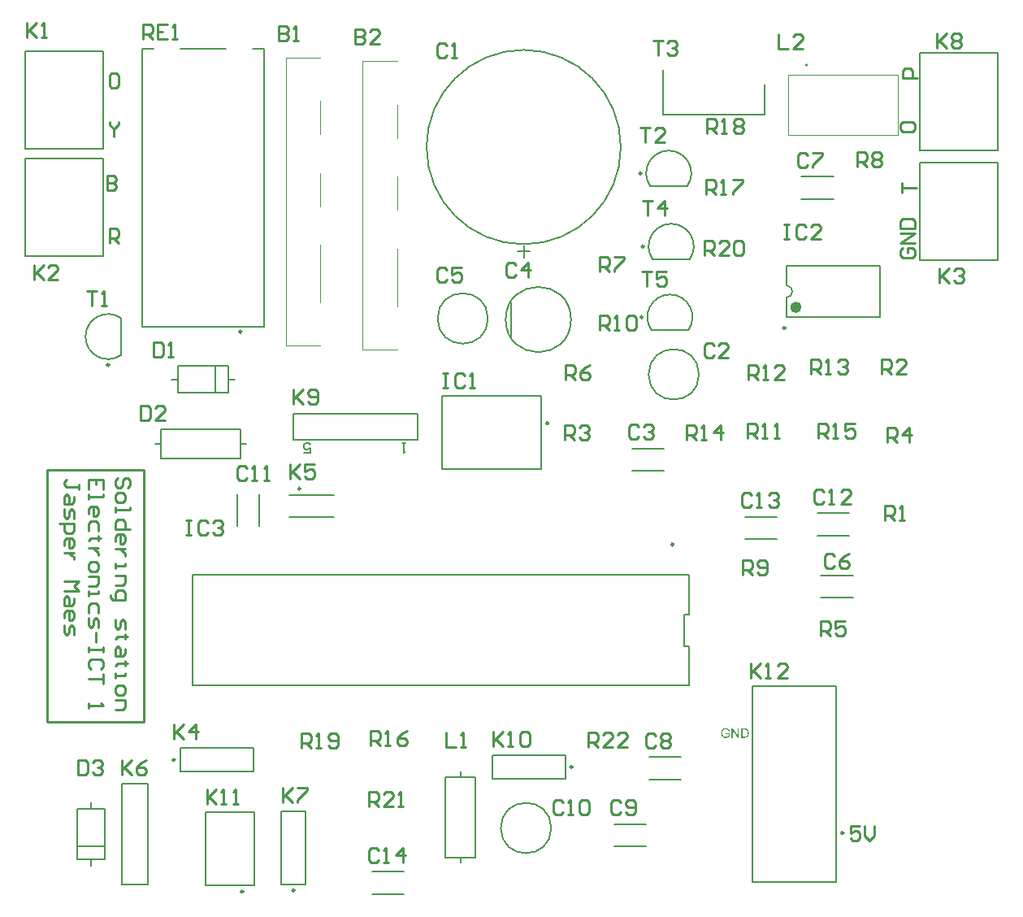
<source format=gto>
G04*
G04 #@! TF.GenerationSoftware,Altium Limited,Altium Designer,23.0.1 (38)*
G04*
G04 Layer_Color=65535*
%FSLAX44Y44*%
%MOMM*%
G71*
G04*
G04 #@! TF.SameCoordinates,110CD8AD-1924-4517-BBA5-4E1113904411*
G04*
G04*
G04 #@! TF.FilePolarity,Positive*
G04*
G01*
G75*
%ADD10C,0.6000*%
%ADD11C,0.2500*%
%ADD12C,0.2000*%
%ADD13C,0.1524*%
%ADD14C,0.1500*%
%ADD15C,0.2540*%
%ADD16C,0.1000*%
G36*
X993205Y1088140D02*
X993318D01*
X993586Y1088112D01*
X993882Y1088070D01*
X994192Y1087999D01*
X994530Y1087915D01*
X994855Y1087802D01*
X994869D01*
X994897Y1087788D01*
X994939Y1087774D01*
X994996Y1087746D01*
X995151Y1087661D01*
X995348Y1087562D01*
X995560Y1087421D01*
X995785Y1087252D01*
X995997Y1087069D01*
X996194Y1086843D01*
X996222Y1086815D01*
X996279Y1086730D01*
X996363Y1086604D01*
X996476Y1086420D01*
X996589Y1086195D01*
X996716Y1085913D01*
X996842Y1085603D01*
X996941Y1085250D01*
X995771Y1084940D01*
Y1084954D01*
X995757Y1084968D01*
X995743Y1085011D01*
X995729Y1085067D01*
X995686Y1085194D01*
X995630Y1085363D01*
X995546Y1085560D01*
X995447Y1085744D01*
X995348Y1085941D01*
X995221Y1086110D01*
X995207Y1086124D01*
X995165Y1086181D01*
X995080Y1086251D01*
X994982Y1086350D01*
X994855Y1086463D01*
X994686Y1086575D01*
X994502Y1086688D01*
X994291Y1086787D01*
X994263Y1086801D01*
X994192Y1086829D01*
X994065Y1086871D01*
X993896Y1086928D01*
X993699Y1086970D01*
X993473Y1087012D01*
X993220Y1087041D01*
X992952Y1087055D01*
X992797D01*
X992726Y1087041D01*
X992642D01*
X992430Y1087027D01*
X992190Y1086984D01*
X991923Y1086942D01*
X991669Y1086871D01*
X991415Y1086773D01*
X991387Y1086759D01*
X991302Y1086730D01*
X991189Y1086660D01*
X991049Y1086590D01*
X990879Y1086477D01*
X990696Y1086364D01*
X990527Y1086223D01*
X990372Y1086068D01*
X990358Y1086054D01*
X990301Y1085997D01*
X990231Y1085899D01*
X990146Y1085786D01*
X990048Y1085645D01*
X989949Y1085476D01*
X989850Y1085293D01*
X989752Y1085095D01*
Y1085081D01*
X989737Y1085053D01*
X989723Y1085011D01*
X989695Y1084940D01*
X989667Y1084856D01*
X989639Y1084757D01*
X989597Y1084644D01*
X989568Y1084517D01*
X989498Y1084221D01*
X989442Y1083883D01*
X989399Y1083531D01*
X989385Y1083136D01*
Y1083122D01*
Y1083079D01*
Y1083009D01*
X989399Y1082924D01*
Y1082812D01*
X989413Y1082671D01*
X989427Y1082530D01*
X989442Y1082374D01*
X989498Y1082022D01*
X989568Y1081656D01*
X989681Y1081289D01*
X989822Y1080937D01*
Y1080922D01*
X989850Y1080894D01*
X989864Y1080852D01*
X989907Y1080796D01*
X990005Y1080641D01*
X990161Y1080443D01*
X990344Y1080232D01*
X990569Y1080020D01*
X990837Y1079823D01*
X991133Y1079640D01*
X991147D01*
X991175Y1079626D01*
X991218Y1079597D01*
X991288Y1079569D01*
X991359Y1079541D01*
X991457Y1079513D01*
X991683Y1079428D01*
X991965Y1079358D01*
X992275Y1079287D01*
X992613Y1079231D01*
X992966Y1079217D01*
X993107D01*
X993191Y1079231D01*
X993276D01*
X993487Y1079259D01*
X993741Y1079287D01*
X994009Y1079344D01*
X994305Y1079428D01*
X994601Y1079527D01*
X994615D01*
X994643Y1079541D01*
X994671Y1079555D01*
X994728Y1079583D01*
X994883Y1079654D01*
X995052Y1079738D01*
X995249Y1079837D01*
X995461Y1079950D01*
X995658Y1080077D01*
X995827Y1080218D01*
Y1082050D01*
X992952D01*
Y1083206D01*
X997096D01*
Y1079583D01*
X997082Y1079569D01*
X997054Y1079555D01*
X996998Y1079513D01*
X996927Y1079456D01*
X996842Y1079400D01*
X996744Y1079330D01*
X996617Y1079245D01*
X996490Y1079160D01*
X996194Y1078977D01*
X995856Y1078780D01*
X995503Y1078596D01*
X995123Y1078441D01*
X995108D01*
X995080Y1078427D01*
X995024Y1078413D01*
X994953Y1078385D01*
X994855Y1078357D01*
X994742Y1078315D01*
X994615Y1078286D01*
X994488Y1078258D01*
X994178Y1078188D01*
X993826Y1078117D01*
X993445Y1078075D01*
X993050Y1078061D01*
X992909D01*
X992811Y1078075D01*
X992684D01*
X992529Y1078089D01*
X992360Y1078117D01*
X992176Y1078131D01*
X991768Y1078216D01*
X991330Y1078315D01*
X990879Y1078470D01*
X990654Y1078554D01*
X990428Y1078667D01*
X990414Y1078681D01*
X990372Y1078695D01*
X990315Y1078737D01*
X990231Y1078780D01*
X990132Y1078850D01*
X990034Y1078921D01*
X989766Y1079118D01*
X989484Y1079372D01*
X989188Y1079682D01*
X988906Y1080034D01*
X988652Y1080443D01*
Y1080457D01*
X988624Y1080500D01*
X988596Y1080556D01*
X988553Y1080655D01*
X988511Y1080753D01*
X988469Y1080894D01*
X988412Y1081035D01*
X988356Y1081205D01*
X988300Y1081388D01*
X988243Y1081599D01*
X988201Y1081811D01*
X988159Y1082036D01*
X988088Y1082530D01*
X988060Y1083051D01*
Y1083065D01*
Y1083122D01*
Y1083192D01*
X988074Y1083291D01*
Y1083418D01*
X988088Y1083573D01*
X988116Y1083728D01*
X988130Y1083911D01*
X988173Y1084108D01*
X988201Y1084320D01*
X988314Y1084771D01*
X988455Y1085236D01*
X988652Y1085701D01*
X988666Y1085715D01*
X988680Y1085758D01*
X988708Y1085814D01*
X988765Y1085899D01*
X988821Y1086012D01*
X988892Y1086124D01*
X989089Y1086392D01*
X989329Y1086702D01*
X989625Y1086998D01*
X989963Y1087294D01*
X990161Y1087421D01*
X990358Y1087548D01*
X990372Y1087562D01*
X990414Y1087576D01*
X990471Y1087605D01*
X990555Y1087647D01*
X990668Y1087689D01*
X990795Y1087746D01*
X990936Y1087802D01*
X991105Y1087858D01*
X991288Y1087915D01*
X991486Y1087957D01*
X991697Y1088013D01*
X991923Y1088056D01*
X992416Y1088126D01*
X992670Y1088154D01*
X993121D01*
X993205Y1088140D01*
D02*
G37*
G36*
X1006668Y1078230D02*
X1005329D01*
X1000226Y1085885D01*
Y1078230D01*
X998985D01*
Y1087985D01*
X1000310D01*
X1005427Y1080316D01*
Y1087985D01*
X1006668D01*
Y1078230D01*
D02*
G37*
G36*
X1012842Y1087971D02*
X1013124Y1087957D01*
X1013406Y1087929D01*
X1013688Y1087886D01*
X1013928Y1087844D01*
X1013942D01*
X1013970Y1087830D01*
X1014013D01*
X1014069Y1087802D01*
X1014224Y1087760D01*
X1014421Y1087689D01*
X1014647Y1087590D01*
X1014887Y1087464D01*
X1015126Y1087323D01*
X1015352Y1087139D01*
X1015366Y1087125D01*
X1015380Y1087111D01*
X1015422Y1087069D01*
X1015479Y1087027D01*
X1015620Y1086886D01*
X1015789Y1086688D01*
X1015972Y1086449D01*
X1016169Y1086167D01*
X1016353Y1085842D01*
X1016508Y1085476D01*
Y1085462D01*
X1016522Y1085434D01*
X1016550Y1085377D01*
X1016564Y1085293D01*
X1016606Y1085194D01*
X1016635Y1085081D01*
X1016663Y1084954D01*
X1016705Y1084799D01*
X1016747Y1084644D01*
X1016776Y1084461D01*
X1016846Y1084066D01*
X1016888Y1083629D01*
X1016902Y1083150D01*
Y1083136D01*
Y1083108D01*
Y1083037D01*
Y1082967D01*
X1016888Y1082868D01*
Y1082755D01*
X1016874Y1082487D01*
X1016832Y1082177D01*
X1016790Y1081853D01*
X1016719Y1081515D01*
X1016635Y1081176D01*
Y1081162D01*
X1016620Y1081134D01*
X1016606Y1081092D01*
X1016592Y1081035D01*
X1016536Y1080880D01*
X1016451Y1080683D01*
X1016367Y1080457D01*
X1016254Y1080232D01*
X1016113Y1079992D01*
X1015972Y1079767D01*
X1015958Y1079738D01*
X1015902Y1079668D01*
X1015817Y1079569D01*
X1015704Y1079442D01*
X1015577Y1079301D01*
X1015422Y1079160D01*
X1015267Y1079005D01*
X1015084Y1078878D01*
X1015056Y1078864D01*
X1014999Y1078822D01*
X1014901Y1078766D01*
X1014760Y1078695D01*
X1014591Y1078611D01*
X1014393Y1078540D01*
X1014168Y1078456D01*
X1013914Y1078385D01*
X1013886D01*
X1013843Y1078371D01*
X1013801Y1078357D01*
X1013660Y1078343D01*
X1013463Y1078315D01*
X1013237Y1078286D01*
X1012969Y1078258D01*
X1012673Y1078244D01*
X1012349Y1078230D01*
X1008839D01*
Y1087985D01*
X1012589D01*
X1012842Y1087971D01*
D02*
G37*
%LPC*%
G36*
X1012391Y1086829D02*
X1010136D01*
Y1079386D01*
X1012448D01*
X1012546Y1079400D01*
X1012758Y1079414D01*
X1012998Y1079428D01*
X1013251Y1079456D01*
X1013505Y1079499D01*
X1013717Y1079555D01*
X1013745Y1079569D01*
X1013815Y1079583D01*
X1013914Y1079626D01*
X1014041Y1079682D01*
X1014182Y1079767D01*
X1014323Y1079851D01*
X1014464Y1079950D01*
X1014605Y1080063D01*
X1014619Y1080091D01*
X1014675Y1080147D01*
X1014760Y1080246D01*
X1014858Y1080387D01*
X1014971Y1080570D01*
X1015098Y1080782D01*
X1015211Y1081021D01*
X1015310Y1081289D01*
Y1081303D01*
X1015324Y1081331D01*
X1015338Y1081374D01*
X1015352Y1081430D01*
X1015366Y1081500D01*
X1015394Y1081599D01*
X1015422Y1081698D01*
X1015451Y1081811D01*
X1015493Y1082093D01*
X1015535Y1082417D01*
X1015563Y1082783D01*
X1015577Y1083178D01*
Y1083192D01*
Y1083249D01*
Y1083319D01*
X1015563Y1083432D01*
Y1083559D01*
X1015549Y1083700D01*
X1015535Y1083869D01*
X1015521Y1084038D01*
X1015451Y1084419D01*
X1015366Y1084813D01*
X1015239Y1085180D01*
X1015154Y1085363D01*
X1015070Y1085518D01*
Y1085532D01*
X1015042Y1085560D01*
X1015014Y1085603D01*
X1014985Y1085659D01*
X1014873Y1085800D01*
X1014732Y1085969D01*
X1014548Y1086152D01*
X1014337Y1086336D01*
X1014097Y1086491D01*
X1013843Y1086618D01*
X1013815Y1086632D01*
X1013745Y1086646D01*
X1013618Y1086688D01*
X1013435Y1086730D01*
X1013209Y1086759D01*
X1012927Y1086801D01*
X1012758Y1086815D01*
X1012575D01*
X1012391Y1086829D01*
D02*
G37*
%LPD*%
D10*
X1068900Y1526550D02*
G03*
X1068900Y1526550I-3000J0D01*
G01*
D11*
X1055050Y1504950D02*
G03*
X1055050Y1504950I-1250J0D01*
G01*
X906470Y1516380D02*
G03*
X906470Y1516380I-1250J0D01*
G01*
X907740Y1590040D02*
G03*
X907740Y1590040I-1250J0D01*
G01*
X905200Y1666240D02*
G03*
X905200Y1666240I-1250J0D01*
G01*
X549890Y1337730D02*
G03*
X549890Y1337730I-1250J0D01*
G01*
X1115510Y979170D02*
G03*
X1115510Y979170I-1250J0D01*
G01*
X490200Y918060D02*
G03*
X490200Y918060I-1250J0D01*
G01*
X350500Y1466560D02*
G03*
X350500Y1466560I-1250J0D01*
G01*
X808150Y1405890D02*
G03*
X808150Y1405890I-1250J0D01*
G01*
X833250Y1047750D02*
G03*
X833250Y1047750I-1250J0D01*
G01*
X543540Y919330D02*
G03*
X543540Y919330I-1250J0D01*
G01*
X418930Y1055370D02*
G03*
X418930Y1055370I-1250J0D01*
G01*
X488310Y1501250D02*
G03*
X488310Y1501250I-1250J0D01*
G01*
X938510Y1279710D02*
G03*
X938510Y1279710I-1250J0D01*
G01*
D12*
X1055900Y1536700D02*
G03*
X1055900Y1549400I0J6350D01*
G01*
X964940Y1456690D02*
G03*
X964940Y1456690I-26250J0D01*
G01*
X810950Y984250D02*
G03*
X810950Y984250I-26250J0D01*
G01*
X1076960Y1778060D02*
G03*
X1076960Y1780060I0J1000D01*
G01*
D02*
G03*
X1076960Y1778060I0J-1000D01*
G01*
X954059Y1503029D02*
G03*
X915383Y1503025I-19339J13352D01*
G01*
X955329Y1576689D02*
G03*
X916653Y1576685I-19339J13352D01*
G01*
X952789Y1652888D02*
G03*
X914113Y1652885I-19339J13352D01*
G01*
X745070Y1514950D02*
G03*
X745070Y1514950I-26250J0D01*
G01*
X362602Y1515399D02*
G03*
X362605Y1476723I-13352J-19339D01*
G01*
X1195212Y1690370D02*
Y1791969D01*
X1276211Y1690369D02*
Y1791969D01*
X1195211Y1690369D02*
X1276211D01*
X1195212Y1791969D02*
X1276211D01*
X1092179Y1223929D02*
X1125241D01*
X1092179Y1247491D02*
X1125241D01*
X1195212Y1576070D02*
Y1677669D01*
X1276211Y1576069D02*
Y1677669D01*
X1195211Y1576069D02*
X1276211D01*
X1195212Y1677669D02*
X1276211D01*
X1153900Y1516550D02*
Y1569550D01*
X1055900Y1549400D02*
Y1569550D01*
Y1516550D02*
Y1536700D01*
Y1569550D02*
X1153900D01*
X1055900Y1516550D02*
X1153900D01*
X1013321Y1284889D02*
X1046383D01*
X1013321Y1308451D02*
X1046383D01*
X1088369Y1288699D02*
X1121431D01*
X1088369Y1312261D02*
X1121431D01*
X1071859Y1639219D02*
X1104921D01*
X1071859Y1662781D02*
X1104921D01*
X895329Y1356009D02*
X928391D01*
X895329Y1379571D02*
X928391D01*
X927740Y1727000D02*
Y1773900D01*
Y1727000D02*
X1033140D01*
Y1758950D01*
X915384Y1503030D02*
X954056D01*
X916654Y1576690D02*
X955327D01*
X914113Y1652890D02*
X952786D01*
X344028Y1579881D02*
Y1681480D01*
X263029Y1579881D02*
Y1681481D01*
X344029D01*
X263029Y1579881D02*
X344028D01*
X537990Y1331230D02*
X584690D01*
X537990Y1307830D02*
X584690D01*
X1020760Y928220D02*
X1107760D01*
Y1131720D01*
X1020762Y1131723D02*
X1107758D01*
X1020760Y928220D02*
Y1131720D01*
X450850Y1000760D02*
X501650D01*
Y924560D02*
Y1000760D01*
X450850Y924560D02*
X501650D01*
X450850D02*
Y1000760D01*
X344028Y1691641D02*
Y1793240D01*
X263029Y1691641D02*
Y1793241D01*
X344029D01*
X263029Y1691641D02*
X344028D01*
X362600Y1476723D02*
Y1515397D01*
X696900Y1433890D02*
X800900D01*
X696900Y1357890D02*
X800900D01*
Y1433890D01*
X696900Y1357890D02*
Y1433890D01*
X749300Y1035300D02*
Y1060200D01*
X825500Y1035300D02*
Y1060200D01*
X749300D02*
X825500D01*
X749300Y1035300D02*
X825500D01*
X529840Y1002030D02*
X554740D01*
X529840Y925830D02*
X554740D01*
Y1002030D01*
X529840Y925830D02*
Y1002030D01*
X500380Y1042920D02*
Y1067820D01*
X424180Y1042920D02*
Y1067820D01*
Y1042920D02*
X500380D01*
X424180Y1067820D02*
X500380D01*
X384810Y1506000D02*
Y1796000D01*
X499560D02*
X511810D01*
X424560D02*
X472060D01*
X384810D02*
X397060D01*
X511810Y1506000D02*
Y1796000D01*
X384810Y1506000D02*
X511810D01*
X769560Y1496340D02*
Y1531340D01*
X701030Y953780D02*
Y1037580D01*
X731530D01*
Y953780D02*
Y1037580D01*
X701030Y953780D02*
X731530D01*
X716280Y948320D02*
Y953780D01*
Y1037580D02*
Y1043040D01*
X624701Y915319D02*
X657763D01*
X624701Y938881D02*
X657763D01*
X483519Y1299189D02*
Y1332251D01*
X507081Y1299189D02*
Y1332251D01*
X876397Y988411D02*
X909459D01*
X876397Y964849D02*
X909459D01*
X913109Y1034699D02*
X946171D01*
X913109Y1058261D02*
X946171D01*
X437197Y1247935D02*
X954723D01*
X437197Y1132680D02*
Y1247935D01*
Y1132680D02*
X954723D01*
Y1173843D01*
X949723D02*
X954723D01*
X949723D02*
Y1206772D01*
X954723D01*
Y1247935D01*
X317470Y951900D02*
Y1003900D01*
X345470D01*
Y951900D02*
Y1003900D01*
X317470Y951900D02*
X345470D01*
X331470Y945250D02*
Y951900D01*
Y1003900D02*
Y1010550D01*
X318170Y964900D02*
X344770D01*
X422310Y1437610D02*
X474310D01*
X422310D02*
Y1465610D01*
X474310D01*
Y1437610D02*
Y1465610D01*
Y1451610D02*
X480960D01*
X415660D02*
X422310D01*
X461310Y1438310D02*
Y1464910D01*
X363740Y1030200D02*
X390640D01*
X363740Y925600D02*
Y1030200D01*
Y925600D02*
X390640D01*
Y1030200D01*
X403870Y1369050D02*
X487670D01*
X403870D02*
Y1399550D01*
X487670D01*
Y1369050D02*
Y1399550D01*
Y1384300D02*
X493130D01*
X398410D02*
X403870D01*
X542060Y1388630D02*
Y1415530D01*
Y1388630D02*
X672060D01*
Y1415530D01*
X542060D02*
X672060D01*
D13*
X883539Y1693418D02*
G03*
X883539Y1693418I-101219J0D01*
G01*
X775970Y1584579D02*
X788670D01*
X782320Y1578229D02*
Y1590929D01*
X553289Y1374923D02*
X560060D01*
Y1380002D01*
X556674Y1378309D01*
X554982D01*
X553289Y1380002D01*
Y1383387D01*
X554982Y1385080D01*
X558367D01*
X560060Y1383387D01*
X659060Y1385080D02*
X655674D01*
X657367D01*
Y1374923D01*
X659060Y1376616D01*
D14*
X831560Y1513840D02*
G03*
X831560Y1513840I-34000J0D01*
G01*
D15*
X285750Y1094740D02*
X386080D01*
X285750Y1357630D02*
X386080D01*
Y1094740D02*
Y1357630D01*
X285750Y1094740D02*
Y1357630D01*
X1174755Y1717038D02*
Y1711959D01*
X1177294Y1709420D01*
X1187451D01*
X1189990Y1711959D01*
Y1717038D01*
X1187451Y1719577D01*
X1177294D01*
X1174755Y1717038D01*
X1176025Y1645920D02*
Y1656077D01*
Y1650998D01*
X1191260D01*
X350520Y1593850D02*
Y1609085D01*
X358138D01*
X360677Y1606546D01*
Y1601467D01*
X358138Y1598928D01*
X350520D01*
X355598D02*
X360677Y1593850D01*
X347980Y1663695D02*
Y1648460D01*
X355597D01*
X358137Y1650999D01*
Y1653538D01*
X355597Y1656078D01*
X347980D01*
X355597D01*
X358137Y1658617D01*
Y1661156D01*
X355597Y1663695D01*
X347980D01*
X350520Y1719575D02*
Y1717036D01*
X355598Y1711958D01*
X360677Y1717036D01*
Y1719575D01*
X355598Y1711958D02*
Y1704340D01*
X358138Y1770375D02*
X353059D01*
X350520Y1767836D01*
Y1757679D01*
X353059Y1755140D01*
X358138D01*
X360677Y1757679D01*
Y1767836D01*
X358138Y1770375D01*
X1132837Y986785D02*
X1122680D01*
Y979167D01*
X1127758Y981707D01*
X1130297D01*
X1132837Y979167D01*
Y974089D01*
X1130297Y971550D01*
X1125219D01*
X1122680Y974089D01*
X1137915Y986785D02*
Y976628D01*
X1142993Y971550D01*
X1148072Y976628D01*
Y986785D01*
X1177294Y1588767D02*
X1174755Y1586228D01*
Y1581149D01*
X1177294Y1578610D01*
X1187451D01*
X1189990Y1581149D01*
Y1586228D01*
X1187451Y1588767D01*
X1182373D01*
Y1583688D01*
X1189990Y1593845D02*
X1174755D01*
X1189990Y1604002D01*
X1174755D01*
Y1609080D02*
X1189990D01*
Y1616698D01*
X1187451Y1619237D01*
X1177294D01*
X1174755Y1616698D01*
Y1609080D01*
X1192530Y1765300D02*
X1177295D01*
Y1772917D01*
X1179834Y1775457D01*
X1184912D01*
X1187452Y1772917D01*
Y1765300D01*
X318763Y1337313D02*
Y1342392D01*
Y1339852D01*
X306068D01*
X303528Y1342392D01*
Y1344931D01*
X306068Y1347470D01*
X313685Y1329696D02*
Y1324617D01*
X311146Y1322078D01*
X303528D01*
Y1329696D01*
X306068Y1332235D01*
X308607Y1329696D01*
Y1322078D01*
X303528Y1317000D02*
Y1309382D01*
X306068Y1306843D01*
X308607Y1309382D01*
Y1314461D01*
X311146Y1317000D01*
X313685Y1314461D01*
Y1306843D01*
X298450Y1301765D02*
X313685D01*
Y1294147D01*
X311146Y1291608D01*
X306068D01*
X303528Y1294147D01*
Y1301765D01*
Y1278912D02*
Y1283990D01*
X306068Y1286530D01*
X311146D01*
X313685Y1283990D01*
Y1278912D01*
X311146Y1276373D01*
X308607D01*
Y1286530D01*
X313685Y1271295D02*
X303528D01*
X308607D01*
X311146Y1268755D01*
X313685Y1266216D01*
Y1263677D01*
X303528Y1240825D02*
X318763D01*
X313685Y1235746D01*
X318763Y1230668D01*
X303528D01*
X313685Y1223050D02*
Y1217972D01*
X311146Y1215433D01*
X303528D01*
Y1223050D01*
X306068Y1225589D01*
X308607Y1223050D01*
Y1215433D01*
X303528Y1202737D02*
Y1207815D01*
X306068Y1210354D01*
X311146D01*
X313685Y1207815D01*
Y1202737D01*
X311146Y1200198D01*
X308607D01*
Y1210354D01*
X303528Y1195119D02*
Y1187502D01*
X306068Y1184963D01*
X308607Y1187502D01*
Y1192580D01*
X311146Y1195119D01*
X313685Y1192580D01*
Y1184963D01*
X344165Y1337313D02*
Y1347470D01*
X328930D01*
Y1337313D01*
X336548Y1347470D02*
Y1342392D01*
X328930Y1332235D02*
Y1327157D01*
Y1329696D01*
X344165D01*
Y1332235D01*
X328930Y1311922D02*
Y1317000D01*
X331469Y1319539D01*
X336548D01*
X339087Y1317000D01*
Y1311922D01*
X336548Y1309382D01*
X334008D01*
Y1319539D01*
X339087Y1294147D02*
Y1301765D01*
X336548Y1304304D01*
X331469D01*
X328930Y1301765D01*
Y1294147D01*
X341626Y1286530D02*
X339087D01*
Y1289069D01*
Y1283990D01*
Y1286530D01*
X331469D01*
X328930Y1283990D01*
X339087Y1276373D02*
X328930D01*
X334008D01*
X336548Y1273834D01*
X339087Y1271295D01*
Y1268755D01*
X328930Y1258599D02*
Y1253520D01*
X331469Y1250981D01*
X336548D01*
X339087Y1253520D01*
Y1258599D01*
X336548Y1261138D01*
X331469D01*
X328930Y1258599D01*
Y1245903D02*
X339087D01*
Y1238285D01*
X336548Y1235746D01*
X328930D01*
Y1230668D02*
Y1225589D01*
Y1228129D01*
X339087D01*
Y1230668D01*
Y1207815D02*
Y1215433D01*
X336548Y1217972D01*
X331469D01*
X328930Y1215433D01*
Y1207815D01*
Y1202737D02*
Y1195119D01*
X331469Y1192580D01*
X334008Y1195119D01*
Y1200198D01*
X336548Y1202737D01*
X339087Y1200198D01*
Y1192580D01*
X336548Y1187502D02*
Y1177345D01*
X344165Y1172267D02*
Y1167188D01*
Y1169727D01*
X328930D01*
Y1172267D01*
Y1167188D01*
X341626Y1149414D02*
X344165Y1151953D01*
Y1157032D01*
X341626Y1159571D01*
X331469D01*
X328930Y1157032D01*
Y1151953D01*
X331469Y1149414D01*
X344165Y1144336D02*
Y1134179D01*
Y1139257D01*
X328930D01*
Y1113866D02*
Y1108787D01*
Y1111326D01*
X344165D01*
X341626Y1113866D01*
X369564Y1338583D02*
X372103Y1341122D01*
Y1346201D01*
X369564Y1348740D01*
X367025D01*
X364486Y1346201D01*
Y1341122D01*
X361947Y1338583D01*
X359408D01*
X356868Y1341122D01*
Y1346201D01*
X359408Y1348740D01*
X356868Y1330966D02*
Y1325887D01*
X359408Y1323348D01*
X364486D01*
X367025Y1325887D01*
Y1330966D01*
X364486Y1333505D01*
X359408D01*
X356868Y1330966D01*
Y1318270D02*
Y1313192D01*
Y1315731D01*
X372103D01*
Y1318270D01*
Y1295417D02*
X356868D01*
Y1303035D01*
X359408Y1305574D01*
X364486D01*
X367025Y1303035D01*
Y1295417D01*
X356868Y1282721D02*
Y1287800D01*
X359408Y1290339D01*
X364486D01*
X367025Y1287800D01*
Y1282721D01*
X364486Y1280182D01*
X361947D01*
Y1290339D01*
X367025Y1275104D02*
X356868D01*
X361947D01*
X364486Y1272565D01*
X367025Y1270025D01*
Y1267486D01*
X356868Y1259869D02*
Y1254790D01*
Y1257330D01*
X367025D01*
Y1259869D01*
X356868Y1247173D02*
X367025D01*
Y1239555D01*
X364486Y1237016D01*
X356868D01*
X351790Y1226859D02*
Y1224320D01*
X354329Y1221781D01*
X367025D01*
Y1229399D01*
X364486Y1231938D01*
X359408D01*
X356868Y1229399D01*
Y1221781D01*
Y1201468D02*
Y1193850D01*
X359408Y1191311D01*
X361947Y1193850D01*
Y1198929D01*
X364486Y1201468D01*
X367025Y1198929D01*
Y1191311D01*
X369564Y1183693D02*
X367025D01*
Y1186233D01*
Y1181154D01*
Y1183693D01*
X359408D01*
X356868Y1181154D01*
X367025Y1170997D02*
Y1165919D01*
X364486Y1163380D01*
X356868D01*
Y1170997D01*
X359408Y1173537D01*
X361947Y1170997D01*
Y1163380D01*
X369564Y1155762D02*
X367025D01*
Y1158302D01*
Y1153223D01*
Y1155762D01*
X359408D01*
X356868Y1153223D01*
Y1145606D02*
Y1140527D01*
Y1143066D01*
X367025D01*
Y1145606D01*
X356868Y1130371D02*
Y1125292D01*
X359408Y1122753D01*
X364486D01*
X367025Y1125292D01*
Y1130371D01*
X364486Y1132910D01*
X359408D01*
X356868Y1130371D01*
Y1117675D02*
X367025D01*
Y1110057D01*
X364486Y1107518D01*
X356868D01*
X905256Y1563873D02*
X915413D01*
X910334D01*
Y1548638D01*
X930648Y1563873D02*
X920491D01*
Y1556255D01*
X925569Y1558795D01*
X928109D01*
X930648Y1556255D01*
Y1551177D01*
X928109Y1548638D01*
X923030D01*
X920491Y1551177D01*
X906526Y1637533D02*
X916683D01*
X911604D01*
Y1622298D01*
X929379D02*
Y1637533D01*
X921761Y1629915D01*
X931918D01*
X916944Y1804668D02*
X927101D01*
X922022D01*
Y1789433D01*
X932179Y1802128D02*
X934718Y1804668D01*
X939797D01*
X942336Y1802128D01*
Y1799589D01*
X939797Y1797050D01*
X937258D01*
X939797D01*
X942336Y1794511D01*
Y1791972D01*
X939797Y1789433D01*
X934718D01*
X932179Y1791972D01*
X903986Y1713733D02*
X914143D01*
X909064D01*
Y1698498D01*
X929378D02*
X919221D01*
X929378Y1708655D01*
Y1711194D01*
X926839Y1713733D01*
X921760D01*
X919221Y1711194D01*
X327152Y1543553D02*
X337309D01*
X332230D01*
Y1528318D01*
X342387D02*
X347465D01*
X344926D01*
Y1543553D01*
X342387Y1541014D01*
X385318Y1805686D02*
Y1820921D01*
X392935D01*
X395475Y1818382D01*
Y1813304D01*
X392935Y1810764D01*
X385318D01*
X390396D02*
X395475Y1805686D01*
X410710Y1820921D02*
X400553D01*
Y1805686D01*
X410710D01*
X400553Y1813304D02*
X405631D01*
X415788Y1805686D02*
X420867D01*
X418327D01*
Y1820921D01*
X415788Y1818382D01*
X849376Y1068578D02*
Y1083813D01*
X856993D01*
X859533Y1081274D01*
Y1076196D01*
X856993Y1073656D01*
X849376D01*
X854454D02*
X859533Y1068578D01*
X874768D02*
X864611D01*
X874768Y1078735D01*
Y1081274D01*
X872229Y1083813D01*
X867150D01*
X864611Y1081274D01*
X890003Y1068578D02*
X879846D01*
X890003Y1078735D01*
Y1081274D01*
X887464Y1083813D01*
X882385D01*
X879846Y1081274D01*
X620776Y1006348D02*
Y1021583D01*
X628394D01*
X630933Y1019044D01*
Y1013966D01*
X628394Y1011426D01*
X620776D01*
X625854D02*
X630933Y1006348D01*
X646168D02*
X636011D01*
X646168Y1016505D01*
Y1019044D01*
X643629Y1021583D01*
X638550D01*
X636011Y1019044D01*
X651246Y1006348D02*
X656324D01*
X653785D01*
Y1021583D01*
X651246Y1019044D01*
X970788Y1580388D02*
Y1595623D01*
X978406D01*
X980945Y1593084D01*
Y1588006D01*
X978406Y1585466D01*
X970788D01*
X975866D02*
X980945Y1580388D01*
X996180D02*
X986023D01*
X996180Y1590545D01*
Y1593084D01*
X993641Y1595623D01*
X988562D01*
X986023Y1593084D01*
X1001258D02*
X1003797Y1595623D01*
X1008876D01*
X1011415Y1593084D01*
Y1582927D01*
X1008876Y1580388D01*
X1003797D01*
X1001258Y1582927D01*
Y1593084D01*
X550418Y1067308D02*
Y1082543D01*
X558036D01*
X560575Y1080004D01*
Y1074926D01*
X558036Y1072386D01*
X550418D01*
X555496D02*
X560575Y1067308D01*
X565653D02*
X570731D01*
X568192D01*
Y1082543D01*
X565653Y1080004D01*
X578349Y1069847D02*
X580888Y1067308D01*
X585966D01*
X588506Y1069847D01*
Y1080004D01*
X585966Y1082543D01*
X580888D01*
X578349Y1080004D01*
Y1077465D01*
X580888Y1074926D01*
X588506D01*
X973328Y1707388D02*
Y1722623D01*
X980946D01*
X983485Y1720084D01*
Y1715005D01*
X980946Y1712466D01*
X973328D01*
X978406D02*
X983485Y1707388D01*
X988563D02*
X993641D01*
X991102D01*
Y1722623D01*
X988563Y1720084D01*
X1001259D02*
X1003798Y1722623D01*
X1008876D01*
X1011416Y1720084D01*
Y1717545D01*
X1008876Y1715005D01*
X1011416Y1712466D01*
Y1709927D01*
X1008876Y1707388D01*
X1003798D01*
X1001259Y1709927D01*
Y1712466D01*
X1003798Y1715005D01*
X1001259Y1717545D01*
Y1720084D01*
X1003798Y1715005D02*
X1008876D01*
X972566Y1643888D02*
Y1659123D01*
X980183D01*
X982723Y1656584D01*
Y1651505D01*
X980183Y1648966D01*
X972566D01*
X977644D02*
X982723Y1643888D01*
X987801D02*
X992879D01*
X990340D01*
Y1659123D01*
X987801Y1656584D01*
X1000497Y1659123D02*
X1010654D01*
Y1656584D01*
X1000497Y1646427D01*
Y1643888D01*
X622808Y1069848D02*
Y1085083D01*
X630425D01*
X632965Y1082544D01*
Y1077466D01*
X630425Y1074926D01*
X622808D01*
X627886D02*
X632965Y1069848D01*
X638043D02*
X643121D01*
X640582D01*
Y1085083D01*
X638043Y1082544D01*
X660896Y1085083D02*
X655817Y1082544D01*
X650739Y1077466D01*
Y1072387D01*
X653278Y1069848D01*
X658356D01*
X660896Y1072387D01*
Y1074926D01*
X658356Y1077466D01*
X650739D01*
X1089406Y1389888D02*
Y1405123D01*
X1097023D01*
X1099563Y1402584D01*
Y1397505D01*
X1097023Y1394966D01*
X1089406D01*
X1094484D02*
X1099563Y1389888D01*
X1104641D02*
X1109719D01*
X1107180D01*
Y1405123D01*
X1104641Y1402584D01*
X1127494Y1405123D02*
X1117337D01*
Y1397505D01*
X1122415Y1400045D01*
X1124955D01*
X1127494Y1397505D01*
Y1392427D01*
X1124955Y1389888D01*
X1119876D01*
X1117337Y1392427D01*
X952246Y1388618D02*
Y1403853D01*
X959864D01*
X962403Y1401314D01*
Y1396236D01*
X959864Y1393696D01*
X952246D01*
X957324D02*
X962403Y1388618D01*
X967481D02*
X972559D01*
X970020D01*
Y1403853D01*
X967481Y1401314D01*
X987794Y1388618D02*
Y1403853D01*
X980177Y1396236D01*
X990334D01*
X1081786Y1457198D02*
Y1472433D01*
X1089404D01*
X1091943Y1469894D01*
Y1464816D01*
X1089404Y1462276D01*
X1081786D01*
X1086864D02*
X1091943Y1457198D01*
X1097021D02*
X1102099D01*
X1099560D01*
Y1472433D01*
X1097021Y1469894D01*
X1109717D02*
X1112256Y1472433D01*
X1117335D01*
X1119874Y1469894D01*
Y1467355D01*
X1117335Y1464816D01*
X1114795D01*
X1117335D01*
X1119874Y1462276D01*
Y1459737D01*
X1117335Y1457198D01*
X1112256D01*
X1109717Y1459737D01*
X1016006Y1451613D02*
Y1466848D01*
X1023624D01*
X1026163Y1464308D01*
Y1459230D01*
X1023624Y1456691D01*
X1016006D01*
X1021085D02*
X1026163Y1451613D01*
X1031241D02*
X1036320D01*
X1033780D01*
Y1466848D01*
X1031241Y1464308D01*
X1054094Y1451613D02*
X1043937D01*
X1054094Y1461769D01*
Y1464308D01*
X1051555Y1466848D01*
X1046476D01*
X1043937Y1464308D01*
X1015746Y1389888D02*
Y1405123D01*
X1023363D01*
X1025903Y1402584D01*
Y1397505D01*
X1023363Y1394966D01*
X1015746D01*
X1020824D02*
X1025903Y1389888D01*
X1030981D02*
X1036059D01*
X1033520D01*
Y1405123D01*
X1030981Y1402584D01*
X1043677Y1389888D02*
X1048755D01*
X1046216D01*
Y1405123D01*
X1043677Y1402584D01*
X861568Y1502918D02*
Y1518153D01*
X869185D01*
X871725Y1515614D01*
Y1510535D01*
X869185Y1507996D01*
X861568D01*
X866646D02*
X871725Y1502918D01*
X876803D02*
X881881D01*
X879342D01*
Y1518153D01*
X876803Y1515614D01*
X889499D02*
X892038Y1518153D01*
X897116D01*
X899656Y1515614D01*
Y1505457D01*
X897116Y1502918D01*
X892038D01*
X889499Y1505457D01*
Y1515614D01*
X1010158Y1247648D02*
Y1262883D01*
X1017775D01*
X1020315Y1260344D01*
Y1255266D01*
X1017775Y1252726D01*
X1010158D01*
X1015236D02*
X1020315Y1247648D01*
X1025393Y1250187D02*
X1027932Y1247648D01*
X1033011D01*
X1035550Y1250187D01*
Y1260344D01*
X1033011Y1262883D01*
X1027932D01*
X1025393Y1260344D01*
Y1257805D01*
X1027932Y1255266D01*
X1035550D01*
X1129538Y1673098D02*
Y1688333D01*
X1137156D01*
X1139695Y1685794D01*
Y1680715D01*
X1137156Y1678176D01*
X1129538D01*
X1134616D02*
X1139695Y1673098D01*
X1144773Y1685794D02*
X1147312Y1688333D01*
X1152391D01*
X1154930Y1685794D01*
Y1683255D01*
X1152391Y1680715D01*
X1154930Y1678176D01*
Y1675637D01*
X1152391Y1673098D01*
X1147312D01*
X1144773Y1675637D01*
Y1678176D01*
X1147312Y1680715D01*
X1144773Y1683255D01*
Y1685794D01*
X1147312Y1680715D02*
X1152391D01*
X861568Y1563878D02*
Y1579113D01*
X869185D01*
X871725Y1576574D01*
Y1571496D01*
X869185Y1568956D01*
X861568D01*
X866646D02*
X871725Y1563878D01*
X876803Y1579113D02*
X886960D01*
Y1576574D01*
X876803Y1566417D01*
Y1563878D01*
X826008Y1450848D02*
Y1466083D01*
X833625D01*
X836165Y1463544D01*
Y1458466D01*
X833625Y1455926D01*
X826008D01*
X831086D02*
X836165Y1450848D01*
X851400Y1466083D02*
X846321Y1463544D01*
X841243Y1458466D01*
Y1453387D01*
X843782Y1450848D01*
X848861D01*
X851400Y1453387D01*
Y1455926D01*
X848861Y1458466D01*
X841243D01*
X1091438Y1184148D02*
Y1199383D01*
X1099055D01*
X1101595Y1196844D01*
Y1191766D01*
X1099055Y1189226D01*
X1091438D01*
X1096516D02*
X1101595Y1184148D01*
X1116830Y1199383D02*
X1106673D01*
Y1191766D01*
X1111751Y1194305D01*
X1114291D01*
X1116830Y1191766D01*
Y1186687D01*
X1114291Y1184148D01*
X1109212D01*
X1106673Y1186687D01*
X1161288Y1386078D02*
Y1401313D01*
X1168905D01*
X1171445Y1398774D01*
Y1393696D01*
X1168905Y1391156D01*
X1161288D01*
X1166366D02*
X1171445Y1386078D01*
X1184141D02*
Y1401313D01*
X1176523Y1393696D01*
X1186680D01*
X825246Y1388618D02*
Y1403853D01*
X832863D01*
X835403Y1401314D01*
Y1396236D01*
X832863Y1393696D01*
X825246D01*
X830324D02*
X835403Y1388618D01*
X840481Y1401314D02*
X843020Y1403853D01*
X848099D01*
X850638Y1401314D01*
Y1398775D01*
X848099Y1396236D01*
X845559D01*
X848099D01*
X850638Y1393696D01*
Y1391157D01*
X848099Y1388618D01*
X843020D01*
X840481Y1391157D01*
X1154938Y1457198D02*
Y1472433D01*
X1162555D01*
X1165095Y1469894D01*
Y1464816D01*
X1162555Y1462276D01*
X1154938D01*
X1160016D02*
X1165095Y1457198D01*
X1180330D02*
X1170173D01*
X1180330Y1467355D01*
Y1469894D01*
X1177791Y1472433D01*
X1172712D01*
X1170173Y1469894D01*
X1158748Y1304798D02*
Y1320033D01*
X1166366D01*
X1168905Y1317494D01*
Y1312415D01*
X1166366Y1309876D01*
X1158748D01*
X1163826D02*
X1168905Y1304798D01*
X1173983D02*
X1179061D01*
X1176522D01*
Y1320033D01*
X1173983Y1317494D01*
X1047754Y1811017D02*
Y1795782D01*
X1057911D01*
X1073146D02*
X1062989D01*
X1073146Y1805939D01*
Y1808478D01*
X1070607Y1811017D01*
X1065528D01*
X1062989Y1808478D01*
X701548Y1083813D02*
Y1068578D01*
X711705D01*
X716783D02*
X721861D01*
X719322D01*
Y1083813D01*
X716783Y1081274D01*
X1019048Y1155949D02*
Y1140714D01*
Y1145792D01*
X1029205Y1155949D01*
X1021587Y1148332D01*
X1029205Y1140714D01*
X1034283D02*
X1039361D01*
X1036822D01*
Y1155949D01*
X1034283Y1153410D01*
X1057136Y1140714D02*
X1046979D01*
X1057136Y1150871D01*
Y1153410D01*
X1054596Y1155949D01*
X1049518D01*
X1046979Y1153410D01*
X452120Y1024885D02*
Y1009650D01*
Y1014728D01*
X462277Y1024885D01*
X454659Y1017268D01*
X462277Y1009650D01*
X467355D02*
X472433D01*
X469894D01*
Y1024885D01*
X467355Y1022346D01*
X480051Y1009650D02*
X485129D01*
X482590D01*
Y1024885D01*
X480051Y1022346D01*
X750570Y1084321D02*
Y1069086D01*
Y1074164D01*
X760727Y1084321D01*
X753109Y1076703D01*
X760727Y1069086D01*
X765805D02*
X770883D01*
X768344D01*
Y1084321D01*
X765805Y1081782D01*
X778501D02*
X781040Y1084321D01*
X786118D01*
X788658Y1081782D01*
Y1071625D01*
X786118Y1069086D01*
X781040D01*
X778501Y1071625D01*
Y1081782D01*
X542290Y1440683D02*
Y1425448D01*
Y1430526D01*
X552447Y1440683D01*
X544829Y1433065D01*
X552447Y1425448D01*
X557525Y1427987D02*
X560064Y1425448D01*
X565143D01*
X567682Y1427987D01*
Y1438144D01*
X565143Y1440683D01*
X560064D01*
X557525Y1438144D01*
Y1435605D01*
X560064Y1433065D01*
X567682D01*
X1212854Y1812287D02*
Y1797052D01*
Y1802131D01*
X1223011Y1812287D01*
X1215393Y1804670D01*
X1223011Y1797052D01*
X1228089Y1809748D02*
X1230628Y1812287D01*
X1235707D01*
X1238246Y1809748D01*
Y1807209D01*
X1235707Y1804670D01*
X1238246Y1802131D01*
Y1799592D01*
X1235707Y1797052D01*
X1230628D01*
X1228089Y1799592D01*
Y1802131D01*
X1230628Y1804670D01*
X1228089Y1807209D01*
Y1809748D01*
X1230628Y1804670D02*
X1235707D01*
X531114Y1026155D02*
Y1010920D01*
Y1015998D01*
X541271Y1026155D01*
X533653Y1018538D01*
X541271Y1010920D01*
X546349Y1026155D02*
X556506D01*
Y1023616D01*
X546349Y1013459D01*
Y1010920D01*
X363982Y1055365D02*
Y1040130D01*
Y1045208D01*
X374139Y1055365D01*
X366521Y1047747D01*
X374139Y1040130D01*
X389374Y1055365D02*
X384295Y1052826D01*
X379217Y1047747D01*
Y1042669D01*
X381756Y1040130D01*
X386835D01*
X389374Y1042669D01*
Y1045208D01*
X386835Y1047747D01*
X379217D01*
X539242Y1362959D02*
Y1347724D01*
Y1352802D01*
X549399Y1362959D01*
X541781Y1355341D01*
X549399Y1347724D01*
X564634Y1362959D02*
X554477D01*
Y1355341D01*
X559555Y1357881D01*
X562095D01*
X564634Y1355341D01*
Y1350263D01*
X562095Y1347724D01*
X557016D01*
X554477Y1350263D01*
X417830Y1091941D02*
Y1076706D01*
Y1081784D01*
X427987Y1091941D01*
X420369Y1084324D01*
X427987Y1076706D01*
X440683D02*
Y1091941D01*
X433065Y1084324D01*
X443222D01*
X1215394Y1567177D02*
Y1551942D01*
Y1557021D01*
X1225551Y1567177D01*
X1217933Y1559560D01*
X1225551Y1551942D01*
X1230629Y1564638D02*
X1233168Y1567177D01*
X1238247D01*
X1240786Y1564638D01*
Y1562099D01*
X1238247Y1559560D01*
X1235707D01*
X1238247D01*
X1240786Y1557021D01*
Y1554482D01*
X1238247Y1551942D01*
X1233168D01*
X1230629Y1554482D01*
X271784Y1570988D02*
Y1555753D01*
Y1560831D01*
X281941Y1570988D01*
X274323Y1563370D01*
X281941Y1555753D01*
X297176D02*
X287019D01*
X297176Y1565909D01*
Y1568448D01*
X294637Y1570988D01*
X289558D01*
X287019Y1568448D01*
X264414Y1822953D02*
Y1807718D01*
Y1812796D01*
X274571Y1822953D01*
X266953Y1815336D01*
X274571Y1807718D01*
X279649D02*
X284727D01*
X282188D01*
Y1822953D01*
X279649Y1820414D01*
X430530Y1305047D02*
X435608D01*
X433069D01*
Y1289812D01*
X430530D01*
X435608D01*
X453383Y1302508D02*
X450843Y1305047D01*
X445765D01*
X443226Y1302508D01*
Y1292351D01*
X445765Y1289812D01*
X450843D01*
X453383Y1292351D01*
X458461Y1302508D02*
X461000Y1305047D01*
X466078D01*
X468618Y1302508D01*
Y1299969D01*
X466078Y1297430D01*
X463539D01*
X466078D01*
X468618Y1294890D01*
Y1292351D01*
X466078Y1289812D01*
X461000D01*
X458461Y1292351D01*
X1053846Y1612641D02*
X1058924D01*
X1056385D01*
Y1597406D01*
X1053846D01*
X1058924D01*
X1076699Y1610102D02*
X1074159Y1612641D01*
X1069081D01*
X1066542Y1610102D01*
Y1599945D01*
X1069081Y1597406D01*
X1074159D01*
X1076699Y1599945D01*
X1091934Y1597406D02*
X1081777D01*
X1091934Y1607563D01*
Y1610102D01*
X1089395Y1612641D01*
X1084316D01*
X1081777Y1610102D01*
X698246Y1457955D02*
X703324D01*
X700785D01*
Y1442720D01*
X698246D01*
X703324D01*
X721099Y1455416D02*
X718559Y1457955D01*
X713481D01*
X710942Y1455416D01*
Y1445259D01*
X713481Y1442720D01*
X718559D01*
X721099Y1445259D01*
X726177Y1442720D02*
X731255D01*
X728716D01*
Y1457955D01*
X726177Y1455416D01*
X318008Y1054857D02*
Y1039622D01*
X325625D01*
X328165Y1042161D01*
Y1052318D01*
X325625Y1054857D01*
X318008D01*
X333243Y1052318D02*
X335782Y1054857D01*
X340861D01*
X343400Y1052318D01*
Y1049779D01*
X340861Y1047240D01*
X338321D01*
X340861D01*
X343400Y1044700D01*
Y1042161D01*
X340861Y1039622D01*
X335782D01*
X333243Y1042161D01*
X383032Y1424427D02*
Y1409192D01*
X390649D01*
X393189Y1411731D01*
Y1421888D01*
X390649Y1424427D01*
X383032D01*
X408424Y1409192D02*
X398267D01*
X408424Y1419349D01*
Y1421888D01*
X405885Y1424427D01*
X400806D01*
X398267Y1421888D01*
X396748Y1490467D02*
Y1475232D01*
X404366D01*
X406905Y1477771D01*
Y1487928D01*
X404366Y1490467D01*
X396748D01*
X411983Y1475232D02*
X417061D01*
X414522D01*
Y1490467D01*
X411983Y1487928D01*
X631441Y961132D02*
X628901Y963671D01*
X623823D01*
X621284Y961132D01*
Y950975D01*
X623823Y948436D01*
X628901D01*
X631441Y950975D01*
X636519Y948436D02*
X641597D01*
X639058D01*
Y963671D01*
X636519Y961132D01*
X656833Y948436D02*
Y963671D01*
X649215Y956053D01*
X659372D01*
X1020061Y1330702D02*
X1017522Y1333241D01*
X1012443D01*
X1009904Y1330702D01*
Y1320545D01*
X1012443Y1318006D01*
X1017522D01*
X1020061Y1320545D01*
X1025139Y1318006D02*
X1030217D01*
X1027678D01*
Y1333241D01*
X1025139Y1330702D01*
X1037835D02*
X1040374Y1333241D01*
X1045452D01*
X1047992Y1330702D01*
Y1328163D01*
X1045452Y1325623D01*
X1042913D01*
X1045452D01*
X1047992Y1323084D01*
Y1320545D01*
X1045452Y1318006D01*
X1040374D01*
X1037835Y1320545D01*
X1094991Y1334512D02*
X1092451Y1337051D01*
X1087373D01*
X1084834Y1334512D01*
Y1324355D01*
X1087373Y1321816D01*
X1092451D01*
X1094991Y1324355D01*
X1100069Y1321816D02*
X1105147D01*
X1102608D01*
Y1337051D01*
X1100069Y1334512D01*
X1122922Y1321816D02*
X1112765D01*
X1122922Y1331973D01*
Y1334512D01*
X1120383Y1337051D01*
X1115304D01*
X1112765Y1334512D01*
X494281Y1358642D02*
X491741Y1361181D01*
X486663D01*
X484124Y1358642D01*
Y1348485D01*
X486663Y1345946D01*
X491741D01*
X494281Y1348485D01*
X499359Y1345946D02*
X504437D01*
X501898D01*
Y1361181D01*
X499359Y1358642D01*
X512055Y1345946D02*
X517133D01*
X514594D01*
Y1361181D01*
X512055Y1358642D01*
X883155Y1010662D02*
X880615Y1013201D01*
X875537D01*
X872998Y1010662D01*
Y1000505D01*
X875537Y997966D01*
X880615D01*
X883155Y1000505D01*
X888233D02*
X890772Y997966D01*
X895851D01*
X898390Y1000505D01*
Y1010662D01*
X895851Y1013201D01*
X890772D01*
X888233Y1010662D01*
Y1008123D01*
X890772Y1005583D01*
X898390D01*
X919731Y1080512D02*
X917191Y1083051D01*
X912113D01*
X909574Y1080512D01*
Y1070355D01*
X912113Y1067816D01*
X917191D01*
X919731Y1070355D01*
X924809Y1080512D02*
X927348Y1083051D01*
X932427D01*
X934966Y1080512D01*
Y1077973D01*
X932427Y1075434D01*
X934966Y1072894D01*
Y1070355D01*
X932427Y1067816D01*
X927348D01*
X924809Y1070355D01*
Y1072894D01*
X927348Y1075434D01*
X924809Y1077973D01*
Y1080512D01*
X927348Y1075434D02*
X932427D01*
X1078481Y1685032D02*
X1075941Y1687571D01*
X1070863D01*
X1068324Y1685032D01*
Y1674875D01*
X1070863Y1672336D01*
X1075941D01*
X1078481Y1674875D01*
X1083559Y1687571D02*
X1093716D01*
Y1685032D01*
X1083559Y1674875D01*
Y1672336D01*
X1106171Y1267458D02*
X1103632Y1269997D01*
X1098553D01*
X1096014Y1267458D01*
Y1257302D01*
X1098553Y1254762D01*
X1103632D01*
X1106171Y1257302D01*
X1121406Y1269997D02*
X1116328Y1267458D01*
X1111249Y1262380D01*
Y1257302D01*
X1113788Y1254762D01*
X1118867D01*
X1121406Y1257302D01*
Y1259841D01*
X1118867Y1262380D01*
X1111249D01*
X702311Y1565908D02*
X699772Y1568448D01*
X694693D01*
X692154Y1565908D01*
Y1555752D01*
X694693Y1553212D01*
X699772D01*
X702311Y1555752D01*
X717546Y1568448D02*
X707389D01*
Y1560830D01*
X712467Y1563369D01*
X715007D01*
X717546Y1560830D01*
Y1555752D01*
X715007Y1553212D01*
X709928D01*
X707389Y1555752D01*
X774189Y1570224D02*
X771649Y1572763D01*
X766571D01*
X764032Y1570224D01*
Y1560067D01*
X766571Y1557528D01*
X771649D01*
X774189Y1560067D01*
X786885Y1557528D02*
Y1572763D01*
X779267Y1565146D01*
X789424D01*
X901951Y1401822D02*
X899411Y1404361D01*
X894333D01*
X891794Y1401822D01*
Y1391665D01*
X894333Y1389126D01*
X899411D01*
X901951Y1391665D01*
X907029Y1401822D02*
X909568Y1404361D01*
X914647D01*
X917186Y1401822D01*
Y1399283D01*
X914647Y1396743D01*
X912107D01*
X914647D01*
X917186Y1394204D01*
Y1391665D01*
X914647Y1389126D01*
X909568D01*
X907029Y1391665D01*
X980441Y1487168D02*
X977902Y1489707D01*
X972823D01*
X970284Y1487168D01*
Y1477012D01*
X972823Y1474473D01*
X977902D01*
X980441Y1477012D01*
X995676Y1474473D02*
X985519D01*
X995676Y1484629D01*
Y1487168D01*
X993137Y1489707D01*
X988058D01*
X985519Y1487168D01*
X702310Y1799588D02*
X699771Y1802128D01*
X694693D01*
X692153Y1799588D01*
Y1789432D01*
X694693Y1786893D01*
X699771D01*
X702310Y1789432D01*
X707388Y1786893D02*
X712467D01*
X709928D01*
Y1802128D01*
X707388Y1799588D01*
X822963Y1010918D02*
X820424Y1013457D01*
X815345D01*
X812806Y1010918D01*
Y1000762D01*
X815345Y998223D01*
X820424D01*
X822963Y1000762D01*
X828041Y998223D02*
X833120D01*
X830580D01*
Y1013457D01*
X828041Y1010918D01*
X848355Y1013457D02*
X843276D01*
X840737Y1010918D01*
Y1000762D01*
X843276Y998223D01*
X848355D01*
X850894Y1000762D01*
Y1010918D01*
X848355Y1013457D01*
X606806Y1816095D02*
Y1800860D01*
X614423D01*
X616963Y1803399D01*
Y1805938D01*
X614423Y1808477D01*
X606806D01*
X614423D01*
X616963Y1811017D01*
Y1813556D01*
X614423Y1816095D01*
X606806D01*
X632198Y1800860D02*
X622041D01*
X632198Y1811017D01*
Y1813556D01*
X629659Y1816095D01*
X624580D01*
X622041Y1813556D01*
X526796Y1819905D02*
Y1804670D01*
X534413D01*
X536953Y1807209D01*
Y1809748D01*
X534413Y1812287D01*
X526796D01*
X534413D01*
X536953Y1814827D01*
Y1817366D01*
X534413Y1819905D01*
X526796D01*
X542031Y1804670D02*
X547109D01*
X544570D01*
Y1819905D01*
X542031Y1817366D01*
D16*
X1058160Y1768860D02*
X1171960D01*
X1058160Y1705860D02*
Y1768860D01*
Y1705860D02*
X1171960D01*
Y1768860D01*
X650660Y1702750D02*
Y1737750D01*
Y1627750D02*
Y1662750D01*
Y1527750D02*
Y1587750D01*
X614660Y1782750D02*
X650660D01*
X614660Y1482750D02*
Y1782750D01*
Y1482750D02*
X650660D01*
X570650Y1706630D02*
Y1741630D01*
Y1631630D02*
Y1666630D01*
Y1531630D02*
Y1591630D01*
X534650Y1786630D02*
X570650D01*
X534650Y1486630D02*
Y1786630D01*
Y1486630D02*
X570650D01*
M02*

</source>
